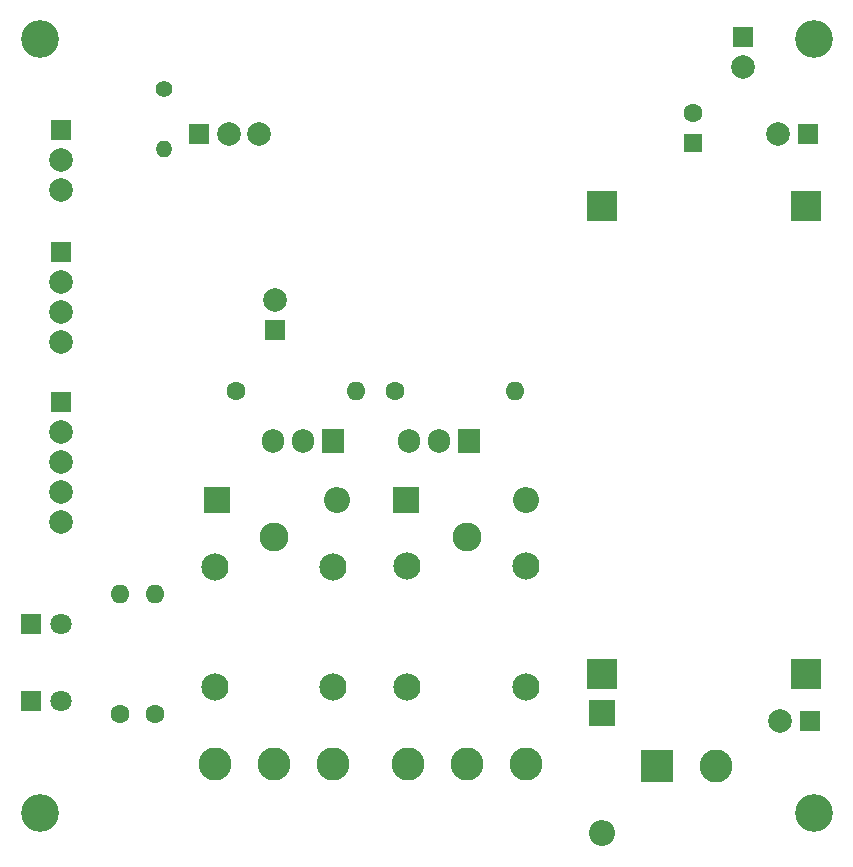
<source format=gbr>
%TF.GenerationSoftware,KiCad,Pcbnew,8.0.1*%
%TF.CreationDate,2024-09-28T14:19:56-03:00*%
%TF.ProjectId,AdeJiga,4164654a-6967-4612-9e6b-696361645f70,rev?*%
%TF.SameCoordinates,Original*%
%TF.FileFunction,Soldermask,Top*%
%TF.FilePolarity,Negative*%
%FSLAX46Y46*%
G04 Gerber Fmt 4.6, Leading zero omitted, Abs format (unit mm)*
G04 Created by KiCad (PCBNEW 8.0.1) date 2024-09-28 14:19:56*
%MOMM*%
%LPD*%
G01*
G04 APERTURE LIST*
%ADD10C,1.600000*%
%ADD11O,1.600000X1.600000*%
%ADD12R,1.700000X1.700000*%
%ADD13C,2.000000*%
%ADD14C,2.800000*%
%ADD15R,1.905000X2.000000*%
%ADD16O,1.905000X2.000000*%
%ADD17R,2.200000X2.200000*%
%ADD18O,2.200000X2.200000*%
%ADD19C,3.200000*%
%ADD20C,1.400000*%
%ADD21O,1.400000X1.400000*%
%ADD22R,2.500000X2.500000*%
%ADD23C,2.453200*%
%ADD24C,2.303200*%
%ADD25R,1.600000X1.600000*%
%ADD26R,2.800000X2.800000*%
%ADD27R,1.800000X1.800000*%
%ADD28C,1.800000*%
G04 APERTURE END LIST*
D10*
%TO.C,R4*%
X135000000Y-83360000D03*
D11*
X135000000Y-73200000D03*
%TD*%
D12*
%TO.C,J5*%
X145100000Y-50875000D03*
D13*
X145100000Y-48335000D03*
%TD*%
D14*
%TO.C,J1*%
X150040000Y-87600000D03*
X145040000Y-87600000D03*
X140040000Y-87600000D03*
%TD*%
D12*
%TO.C,J6*%
X138720000Y-34250000D03*
D13*
X141260000Y-34250000D03*
X143800000Y-34250000D03*
%TD*%
D14*
%TO.C,J3*%
X166400000Y-87600000D03*
X161400000Y-87600000D03*
X156400000Y-87600000D03*
%TD*%
D10*
%TO.C,R3*%
X155300000Y-56000000D03*
D11*
X165460000Y-56000000D03*
%TD*%
D15*
%TO.C,Q1*%
X150000000Y-60250000D03*
D16*
X147460000Y-60250000D03*
X144920000Y-60250000D03*
%TD*%
D17*
%TO.C,D1*%
X140170000Y-65250000D03*
D18*
X150330000Y-65250000D03*
%TD*%
D19*
%TO.C,H1*%
X190750000Y-91750000D03*
%TD*%
D12*
%TO.C,J4*%
X127000000Y-56990000D03*
D13*
X127000000Y-59530000D03*
X127000000Y-62070000D03*
X127000000Y-64610000D03*
X127000000Y-67150000D03*
%TD*%
D12*
%TO.C,J7*%
X184750000Y-26060000D03*
D13*
X184750000Y-28600000D03*
%TD*%
D20*
%TO.C,R5*%
X135750000Y-30500000D03*
D21*
X135750000Y-35580000D03*
%TD*%
D22*
%TO.C,M1*%
X172828000Y-80024000D03*
X190100000Y-80024000D03*
X172828000Y-40400000D03*
X190100000Y-40400000D03*
%TD*%
D10*
%TO.C,R1*%
X141840000Y-56000000D03*
D11*
X152000000Y-56000000D03*
%TD*%
D23*
%TO.C,K2*%
X161340000Y-68370000D03*
D24*
X166340000Y-70870000D03*
X156340000Y-81070000D03*
X166340000Y-81070000D03*
X156340000Y-70870000D03*
%TD*%
D12*
%TO.C,J10*%
X190250000Y-34250000D03*
D13*
X187710000Y-34250000D03*
%TD*%
D15*
%TO.C,Q3*%
X161580000Y-60250000D03*
D16*
X159040000Y-60250000D03*
X156500000Y-60250000D03*
%TD*%
D25*
%TO.C,C3*%
X180500000Y-35000000D03*
D10*
X180500000Y-32500000D03*
%TD*%
D19*
%TO.C,H4*%
X125250000Y-26250000D03*
%TD*%
%TO.C,H2*%
X190750000Y-26250000D03*
%TD*%
D12*
%TO.C,J8*%
X127000000Y-33960000D03*
D13*
X127000000Y-36500000D03*
X127000000Y-39040000D03*
%TD*%
D19*
%TO.C,H3*%
X125250000Y-91750000D03*
%TD*%
D17*
%TO.C,D2*%
X156180000Y-65250000D03*
D18*
X166340000Y-65250000D03*
%TD*%
D17*
%TO.C,D4*%
X172800000Y-83320000D03*
D18*
X172800000Y-93480000D03*
%TD*%
D14*
%TO.C,J2*%
X182500000Y-87750000D03*
D26*
X177500000Y-87750000D03*
%TD*%
D27*
%TO.C,D5*%
X124460000Y-75750000D03*
D28*
X127000000Y-75750000D03*
%TD*%
D27*
%TO.C,D3*%
X124460000Y-82250000D03*
D28*
X127000000Y-82250000D03*
%TD*%
D12*
%TO.C,J11*%
X190400000Y-84000000D03*
D13*
X187860000Y-84000000D03*
%TD*%
D12*
%TO.C,J9*%
X127000000Y-44240000D03*
D13*
X127000000Y-46780000D03*
X127000000Y-49320000D03*
X127000000Y-51860000D03*
%TD*%
D10*
%TO.C,R2*%
X132000000Y-83360000D03*
D11*
X132000000Y-73200000D03*
%TD*%
D23*
%TO.C,K1*%
X145040000Y-68420000D03*
D24*
X150040000Y-70920000D03*
X140040000Y-81120000D03*
X150040000Y-81120000D03*
X140040000Y-70920000D03*
%TD*%
M02*

</source>
